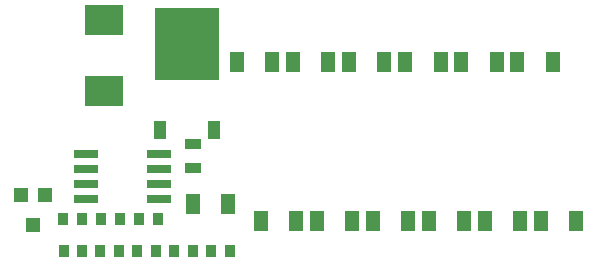
<source format=gtp>
G75*
%MOIN*%
%OFA0B0*%
%FSLAX24Y24*%
%IPPOS*%
%LPD*%
%AMOC8*
5,1,8,0,0,1.08239X$1,22.5*
%
%ADD10R,0.0800X0.0260*%
%ADD11R,0.2126X0.2441*%
%ADD12R,0.0394X0.0630*%
%ADD13R,0.0571X0.0374*%
%ADD14R,0.1280X0.0984*%
%ADD15R,0.0374X0.0394*%
%ADD16R,0.0453X0.0709*%
%ADD17R,0.0512X0.0512*%
%ADD18R,0.0472X0.0492*%
D10*
X003529Y002720D03*
X003529Y003220D03*
X003529Y003720D03*
X003529Y004220D03*
X005949Y004220D03*
X005949Y003720D03*
X005949Y003220D03*
X005949Y002720D03*
D11*
X006873Y007880D03*
D12*
X007771Y005006D03*
X005975Y005006D03*
D13*
X007070Y004549D03*
X007070Y003762D03*
D14*
X004117Y006305D03*
X004117Y008667D03*
D15*
X002769Y000990D03*
X003399Y000990D03*
X003999Y000990D03*
X004629Y000990D03*
X005229Y000990D03*
X005859Y000990D03*
X006460Y000990D03*
X007089Y000990D03*
X007690Y000990D03*
X008320Y000990D03*
X005904Y002049D03*
X005274Y002049D03*
X004658Y002047D03*
X004028Y002047D03*
X003385Y002047D03*
X002755Y002047D03*
D16*
X007070Y002565D03*
X008251Y002565D03*
X009334Y001974D03*
X010515Y001974D03*
X011204Y001974D03*
X012385Y001974D03*
X013074Y001974D03*
X014255Y001974D03*
X014944Y001974D03*
X016125Y001974D03*
X016814Y001974D03*
X017995Y001974D03*
X018684Y001974D03*
X019865Y001974D03*
X019078Y007289D03*
X017897Y007289D03*
X017208Y007289D03*
X016026Y007289D03*
X015337Y007289D03*
X014156Y007289D03*
X013467Y007289D03*
X012286Y007289D03*
X011597Y007289D03*
X010416Y007289D03*
X009727Y007289D03*
X008546Y007289D03*
D17*
X001755Y001856D03*
D18*
X002149Y002850D03*
X001361Y002850D03*
M02*

</source>
